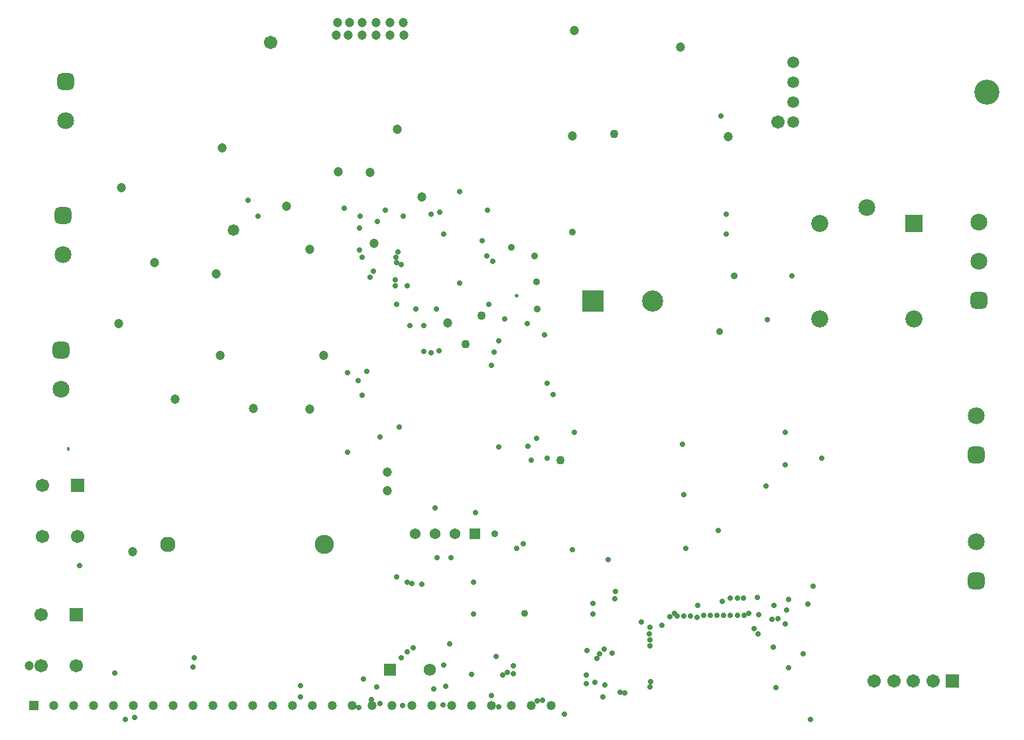
<source format=gbs>
G04*
G04 #@! TF.GenerationSoftware,Altium Limited,Altium Designer,25.2.1 (25)*
G04*
G04 Layer_Color=16711935*
%FSLAX44Y44*%
%MOMM*%
G71*
G04*
G04 #@! TF.SameCoordinates,E3D469A8-3601-4E52-BDEA-DD632D880B34*
G04*
G04*
G04 #@! TF.FilePolarity,Negative*
G04*
G01*
G75*
%ADD87R,1.1882X1.1882*%
%ADD88C,1.1882*%
%ADD89C,1.3660*%
%ADD90R,1.3660X1.3660*%
%ADD91R,1.5732X1.5732*%
%ADD92C,1.5732*%
%ADD93C,1.7112*%
%ADD94R,1.7112X1.7112*%
%ADD95C,2.4532*%
%ADD96C,1.9582*%
%ADD97C,2.1532*%
G04:AMPARAMS|DCode=98|XSize=2.1532mm|YSize=2.1532mm|CornerRadius=0.5891mm|HoleSize=0mm|Usage=FLASHONLY|Rotation=90.000|XOffset=0mm|YOffset=0mm|HoleType=Round|Shape=RoundedRectangle|*
%AMROUNDEDRECTD98*
21,1,2.1532,0.9750,0,0,90.0*
21,1,0.9750,2.1532,0,0,90.0*
1,1,1.1782,0.4875,0.4875*
1,1,1.1782,0.4875,-0.4875*
1,1,1.1782,-0.4875,-0.4875*
1,1,1.1782,-0.4875,0.4875*
%
%ADD98ROUNDEDRECTD98*%
%ADD99R,1.7012X1.7012*%
%ADD100C,1.7012*%
%ADD101R,2.7032X2.7032*%
%ADD102C,2.7032*%
%ADD103R,2.1832X2.1832*%
%ADD104C,2.1382*%
%ADD105C,2.1832*%
%ADD106C,1.5112*%
%ADD107C,3.2032*%
%ADD108C,0.7032*%
%ADD109C,1.1032*%
%ADD110C,1.2032*%
%ADD111C,0.9032*%
%ADD112C,1.4732*%
%ADD113C,0.5032*%
%ADD114C,1.7032*%
%ADD115C,0.4572*%
D87*
X81280Y577850D02*
D03*
D88*
X106680D02*
D03*
X132080D02*
D03*
X157480D02*
D03*
X182880D02*
D03*
X208280D02*
D03*
X233680D02*
D03*
X259080D02*
D03*
X284480D02*
D03*
X309880D02*
D03*
X335280D02*
D03*
X360680D02*
D03*
X386080D02*
D03*
X411480D02*
D03*
X436880D02*
D03*
X462280D02*
D03*
X487680D02*
D03*
X513080D02*
D03*
X538480D02*
D03*
X563880D02*
D03*
X589280D02*
D03*
X614680D02*
D03*
X640080D02*
D03*
X665480D02*
D03*
X690880D02*
D03*
X716280D02*
D03*
X741680D02*
D03*
D89*
X567690Y797560D02*
D03*
X593090D02*
D03*
X618490D02*
D03*
D90*
X643890D02*
D03*
D91*
X535940Y623570D02*
D03*
D92*
X586740D02*
D03*
D93*
X1203960Y609430D02*
D03*
X1178960D02*
D03*
X1228960D02*
D03*
X1153960D02*
D03*
D94*
X1253960D02*
D03*
D95*
X451790Y783590D02*
D03*
D96*
X251790D02*
D03*
D97*
X1287780Y1145540D02*
D03*
Y1195540D02*
D03*
X121920Y1325010D02*
D03*
X1283970Y948290D02*
D03*
X118110Y1153560D02*
D03*
X1283970Y787000D02*
D03*
X115570Y982110D02*
D03*
D98*
X1287780Y1095540D02*
D03*
X121920Y1375010D02*
D03*
X1283970Y898290D02*
D03*
X118110Y1203560D02*
D03*
X1283970Y737000D02*
D03*
X115570Y1032110D02*
D03*
D99*
X136800Y859270D02*
D03*
X135530Y694170D02*
D03*
D100*
X136800Y794270D02*
D03*
X91800Y859270D02*
D03*
Y794270D02*
D03*
X135530Y629170D02*
D03*
X90530Y694170D02*
D03*
Y629170D02*
D03*
D101*
X795120Y1094740D02*
D03*
D102*
X871120D02*
D03*
D103*
X1204270Y1193840D02*
D03*
D104*
X1144270Y1213840D02*
D03*
D105*
X1084270Y1193840D02*
D03*
Y1071840D02*
D03*
X1204270D02*
D03*
D106*
X1050290Y1399540D02*
D03*
Y1374140D02*
D03*
Y1348740D02*
D03*
Y1323340D02*
D03*
D107*
X1297940Y1361440D02*
D03*
D108*
X1040340Y885190D02*
D03*
X1087120Y894080D02*
D03*
X595630Y767080D02*
D03*
X613410D02*
D03*
X543820Y742690D02*
D03*
X549910Y639020D02*
D03*
X285440D02*
D03*
X744220Y975360D02*
D03*
X665280Y1012144D02*
D03*
X668724Y1029404D02*
D03*
X736600Y989330D02*
D03*
X1075690Y730250D02*
D03*
X557485Y735330D02*
D03*
X563880Y734060D02*
D03*
X706120Y784860D02*
D03*
X1072260Y560450D02*
D03*
X1016000Y858520D02*
D03*
X722630Y919480D02*
D03*
X716280Y891540D02*
D03*
X576580Y732790D02*
D03*
X712050Y909320D02*
D03*
X523240Y580544D02*
D03*
X607060Y603035D02*
D03*
X591820Y599394D02*
D03*
X518775Y601559D02*
D03*
X501650Y612140D02*
D03*
X640080Y618180D02*
D03*
X786130Y606040D02*
D03*
X692714Y628960D02*
D03*
X786130Y617220D02*
D03*
X670976Y640934D02*
D03*
X693381Y618380D02*
D03*
X810350Y603920D02*
D03*
X797560Y607800D02*
D03*
X604520Y629710D02*
D03*
X814070Y764540D02*
D03*
X787376Y648160D02*
D03*
X800186Y638278D02*
D03*
X803040Y644514D02*
D03*
X808900Y650240D02*
D03*
X807720Y589280D02*
D03*
X829210Y594753D02*
D03*
X758030Y567305D02*
D03*
X723424Y583990D02*
D03*
X729944Y584506D02*
D03*
X867830Y678180D02*
D03*
X822435Y714102D02*
D03*
X856830Y684530D02*
D03*
X866600Y669385D02*
D03*
X284480Y627380D02*
D03*
X557530Y646890D02*
D03*
X685800Y620211D02*
D03*
X819480Y645217D02*
D03*
X835720Y594386D02*
D03*
X867830Y654050D02*
D03*
Y661670D02*
D03*
Y601480D02*
D03*
X184150Y619760D02*
D03*
X511896Y585834D02*
D03*
X679450Y617220D02*
D03*
X882867Y680493D02*
D03*
X868370Y608136D02*
D03*
X899160Y695960D02*
D03*
X496015Y575876D02*
D03*
X551489Y578398D02*
D03*
X902380Y692250D02*
D03*
X910880D02*
D03*
X919239D02*
D03*
X893059Y691194D02*
D03*
X421640Y603500D02*
D03*
X665480Y590855D02*
D03*
X794810Y708660D02*
D03*
Y694690D02*
D03*
X823170Y723900D02*
D03*
X927880Y691020D02*
D03*
X928130Y705660D02*
D03*
X674370Y576580D02*
D03*
X421640Y588860D02*
D03*
X603510Y578660D02*
D03*
X961880Y692960D02*
D03*
X970380D02*
D03*
X978880D02*
D03*
X936380D02*
D03*
X953380D02*
D03*
X944880D02*
D03*
X987380D02*
D03*
X979170Y715320D02*
D03*
X960088Y711408D02*
D03*
X970380Y715320D02*
D03*
X986790D02*
D03*
X736600Y894080D02*
D03*
X209550Y562610D02*
D03*
X1025456Y706267D02*
D03*
X1004570Y716280D02*
D03*
X1006050Y693810D02*
D03*
X993990Y695687D02*
D03*
X1000760Y676400D02*
D03*
X1044400Y626477D02*
D03*
X1030624Y688994D02*
D03*
X1023620Y688340D02*
D03*
X1040340Y681990D02*
D03*
X1005840Y669290D02*
D03*
X1044224Y713456D02*
D03*
X1041820Y700370D02*
D03*
X1024890Y652780D02*
D03*
X1069340Y707390D02*
D03*
X1062990Y643890D02*
D03*
X697230Y778510D02*
D03*
X768350Y777240D02*
D03*
X624840Y1234440D02*
D03*
X547370Y933450D02*
D03*
X661430Y1090562D02*
D03*
X682171Y1071560D02*
D03*
X500380Y974090D02*
D03*
X523240Y920750D02*
D03*
X1028700Y600710D02*
D03*
X955040Y801370D02*
D03*
X910590Y847090D02*
D03*
X913130Y778510D02*
D03*
X909320Y911860D02*
D03*
X565150Y651510D02*
D03*
X711200Y1065530D02*
D03*
X965200Y1205230D02*
D03*
X612140Y656590D02*
D03*
X642620Y735330D02*
D03*
Y694690D02*
D03*
X198120Y560070D02*
D03*
X1040130Y927100D02*
D03*
X367030Y1202690D02*
D03*
X509940Y1125220D02*
D03*
X505880Y1004570D02*
D03*
X495300Y993140D02*
D03*
X481330Y1003300D02*
D03*
X732790Y1051560D02*
D03*
X588010Y1028700D02*
D03*
X579120Y1029970D02*
D03*
X598170Y1031190D02*
D03*
X674370Y1043940D02*
D03*
X579120Y1062990D02*
D03*
X965200Y1179830D02*
D03*
X658890Y1151940D02*
D03*
X666750Y1145540D02*
D03*
X653620Y1171780D02*
D03*
X660400Y1210310D02*
D03*
X594660Y1084580D02*
D03*
X568960D02*
D03*
X599440Y1207770D02*
D03*
X588010Y1205230D02*
D03*
X543710Y1090060D02*
D03*
X557530Y1113790D02*
D03*
X542000D02*
D03*
Y1121360D02*
D03*
X514350Y1132840D02*
D03*
X542834Y1150182D02*
D03*
X549699Y1140805D02*
D03*
X543880Y1143747D02*
D03*
X546091Y1157013D02*
D03*
X499880Y1150620D02*
D03*
X529590Y1210310D02*
D03*
X477520Y1212850D02*
D03*
X481330Y901700D02*
D03*
X561340Y1062990D02*
D03*
X593090Y830580D02*
D03*
X645160Y824230D02*
D03*
X624500Y1117260D02*
D03*
X1017270Y1070610D02*
D03*
X1049020Y1126490D02*
D03*
X958240Y1330350D02*
D03*
X770890Y927100D02*
D03*
X139700Y756920D02*
D03*
X674370Y908050D02*
D03*
X604370Y1179830D02*
D03*
X496888Y1187767D02*
D03*
X497840Y1202690D02*
D03*
X519430Y1196340D02*
D03*
X552450Y1202690D02*
D03*
X496570Y1159510D02*
D03*
X354530Y1223210D02*
D03*
D109*
X753110Y891540D02*
D03*
X632460Y1039710D02*
D03*
X652780Y1075690D02*
D03*
X821690Y1308100D02*
D03*
D110*
X532130Y852170D02*
D03*
X207010Y774700D02*
D03*
X469900Y1259840D02*
D03*
X510540Y1258570D02*
D03*
X576580Y1227750D02*
D03*
X768350Y1305560D02*
D03*
X553720Y1433830D02*
D03*
X535940D02*
D03*
X518160D02*
D03*
X500380D02*
D03*
X482600D02*
D03*
X467360D02*
D03*
X552450Y1450340D02*
D03*
X535940D02*
D03*
X518160D02*
D03*
X500380D02*
D03*
X483870D02*
D03*
X468630D02*
D03*
X609600Y1066970D02*
D03*
X193040Y1239520D02*
D03*
X189230Y1065530D02*
D03*
X74930Y628650D02*
D03*
X261240Y969390D02*
D03*
X361290Y956970D02*
D03*
X432790Y956590D02*
D03*
X450850Y1024890D02*
D03*
X318770D02*
D03*
X235330Y1143380D02*
D03*
X313690Y1129030D02*
D03*
X403860Y1215390D02*
D03*
X433070Y1160780D02*
D03*
X515620Y1168400D02*
D03*
X967610Y1304290D02*
D03*
X906780Y1418590D02*
D03*
X770890Y1440180D02*
D03*
X544540Y1314160D02*
D03*
X321310Y1290320D02*
D03*
X532130Y876300D02*
D03*
D111*
X768350Y1182370D02*
D03*
X722630Y1118870D02*
D03*
X720370Y1152170D02*
D03*
X669290Y797560D02*
D03*
X707770Y695960D02*
D03*
X690350Y1162790D02*
D03*
X723900Y1084580D02*
D03*
X956450Y1055230D02*
D03*
X975360Y1126490D02*
D03*
D112*
X336000Y1185114D02*
D03*
D113*
X697230Y1101090D02*
D03*
D114*
X1031240Y1323340D02*
D03*
X383540Y1424940D02*
D03*
D115*
X124779Y905510D02*
D03*
M02*

</source>
